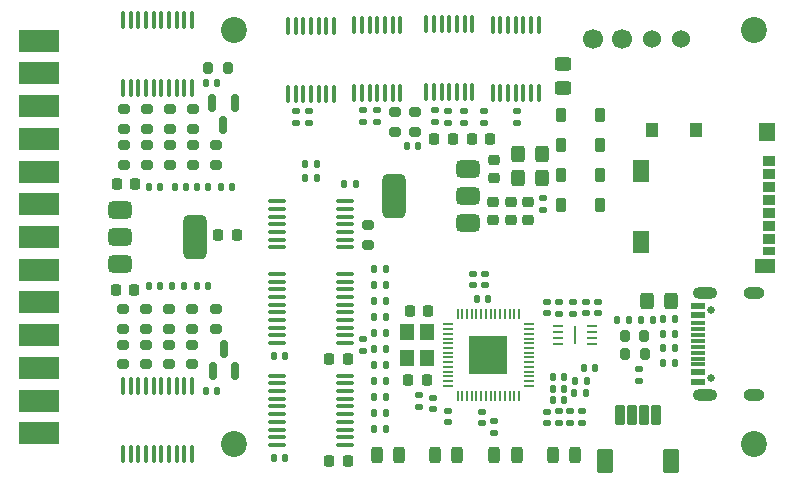
<source format=gbr>
%TF.GenerationSoftware,KiCad,Pcbnew,8.0.2*%
%TF.CreationDate,2024-12-01T19:44:38-06:00*%
%TF.ProjectId,Desktop_50_Pin_TopConn,4465736b-746f-4705-9f35-305f50696e5f,rev?*%
%TF.SameCoordinates,Original*%
%TF.FileFunction,Soldermask,Top*%
%TF.FilePolarity,Negative*%
%FSLAX46Y46*%
G04 Gerber Fmt 4.6, Leading zero omitted, Abs format (unit mm)*
G04 Created by KiCad (PCBNEW 8.0.2) date 2024-12-01 19:44:38*
%MOMM*%
%LPD*%
G01*
G04 APERTURE LIST*
G04 Aperture macros list*
%AMRoundRect*
0 Rectangle with rounded corners*
0 $1 Rounding radius*
0 $2 $3 $4 $5 $6 $7 $8 $9 X,Y pos of 4 corners*
0 Add a 4 corners polygon primitive as box body*
4,1,4,$2,$3,$4,$5,$6,$7,$8,$9,$2,$3,0*
0 Add four circle primitives for the rounded corners*
1,1,$1+$1,$2,$3*
1,1,$1+$1,$4,$5*
1,1,$1+$1,$6,$7*
1,1,$1+$1,$8,$9*
0 Add four rect primitives between the rounded corners*
20,1,$1+$1,$2,$3,$4,$5,0*
20,1,$1+$1,$4,$5,$6,$7,0*
20,1,$1+$1,$6,$7,$8,$9,0*
20,1,$1+$1,$8,$9,$2,$3,0*%
G04 Aperture macros list end*
%ADD10RoundRect,0.225000X-0.250000X0.225000X-0.250000X-0.225000X0.250000X-0.225000X0.250000X0.225000X0*%
%ADD11RoundRect,0.225000X-0.225000X-0.250000X0.225000X-0.250000X0.225000X0.250000X-0.225000X0.250000X0*%
%ADD12RoundRect,0.225000X0.225000X0.250000X-0.225000X0.250000X-0.225000X-0.250000X0.225000X-0.250000X0*%
%ADD13R,3.480000X1.846667*%
%ADD14RoundRect,0.140000X-0.140000X-0.170000X0.140000X-0.170000X0.140000X0.170000X-0.140000X0.170000X0*%
%ADD15RoundRect,0.100000X0.100000X-0.637500X0.100000X0.637500X-0.100000X0.637500X-0.100000X-0.637500X0*%
%ADD16RoundRect,0.140000X-0.170000X0.140000X-0.170000X-0.140000X0.170000X-0.140000X0.170000X0.140000X0*%
%ADD17RoundRect,0.140000X0.140000X0.170000X-0.140000X0.170000X-0.140000X-0.170000X0.140000X-0.170000X0*%
%ADD18R,1.100000X0.850000*%
%ADD19R,1.100000X0.750000*%
%ADD20R,1.000000X1.200000*%
%ADD21R,1.350000X1.550000*%
%ADD22R,1.350000X1.900000*%
%ADD23R,1.800000X1.170000*%
%ADD24RoundRect,0.243750X0.243750X0.456250X-0.243750X0.456250X-0.243750X-0.456250X0.243750X-0.456250X0*%
%ADD25C,2.200000*%
%ADD26RoundRect,0.135000X0.135000X0.185000X-0.135000X0.185000X-0.135000X-0.185000X0.135000X-0.185000X0*%
%ADD27RoundRect,0.200000X0.200000X0.275000X-0.200000X0.275000X-0.200000X-0.275000X0.200000X-0.275000X0*%
%ADD28RoundRect,0.200000X-0.275000X0.200000X-0.275000X-0.200000X0.275000X-0.200000X0.275000X0.200000X0*%
%ADD29RoundRect,0.150000X0.150000X-0.587500X0.150000X0.587500X-0.150000X0.587500X-0.150000X-0.587500X0*%
%ADD30RoundRect,0.200000X0.275000X-0.200000X0.275000X0.200000X-0.275000X0.200000X-0.275000X-0.200000X0*%
%ADD31RoundRect,0.135000X0.185000X-0.135000X0.185000X0.135000X-0.185000X0.135000X-0.185000X-0.135000X0*%
%ADD32RoundRect,0.135000X-0.135000X-0.185000X0.135000X-0.185000X0.135000X0.185000X-0.135000X0.185000X0*%
%ADD33C,0.650000*%
%ADD34R,1.240000X0.600000*%
%ADD35R,1.240000X0.300000*%
%ADD36O,2.100000X1.000000*%
%ADD37O,1.800000X1.000000*%
%ADD38RoundRect,0.100000X-0.637500X-0.100000X0.637500X-0.100000X0.637500X0.100000X-0.637500X0.100000X0*%
%ADD39RoundRect,0.100000X0.637500X0.100000X-0.637500X0.100000X-0.637500X-0.100000X0.637500X-0.100000X0*%
%ADD40RoundRect,0.050000X-0.050000X0.387500X-0.050000X-0.387500X0.050000X-0.387500X0.050000X0.387500X0*%
%ADD41RoundRect,0.050000X-0.387500X0.050000X-0.387500X-0.050000X0.387500X-0.050000X0.387500X0.050000X0*%
%ADD42R,3.200000X3.200000*%
%ADD43RoundRect,0.100000X-0.100000X0.637500X-0.100000X-0.637500X0.100000X-0.637500X0.100000X0.637500X0*%
%ADD44RoundRect,0.135000X-0.185000X0.135000X-0.185000X-0.135000X0.185000X-0.135000X0.185000X0.135000X0*%
%ADD45RoundRect,0.250000X-0.325000X-0.450000X0.325000X-0.450000X0.325000X0.450000X-0.325000X0.450000X0*%
%ADD46RoundRect,0.150000X-0.150000X0.587500X-0.150000X-0.587500X0.150000X-0.587500X0.150000X0.587500X0*%
%ADD47RoundRect,0.102000X-0.300000X-0.775000X0.300000X-0.775000X0.300000X0.775000X-0.300000X0.775000X0*%
%ADD48RoundRect,0.102000X0.600000X0.900000X-0.600000X0.900000X-0.600000X-0.900000X0.600000X-0.900000X0*%
%ADD49RoundRect,0.225000X0.250000X-0.225000X0.250000X0.225000X-0.250000X0.225000X-0.250000X-0.225000X0*%
%ADD50RoundRect,0.225000X0.225000X0.375000X-0.225000X0.375000X-0.225000X-0.375000X0.225000X-0.375000X0*%
%ADD51RoundRect,0.140000X0.170000X-0.140000X0.170000X0.140000X-0.170000X0.140000X-0.170000X-0.140000X0*%
%ADD52RoundRect,0.375000X-0.625000X-0.375000X0.625000X-0.375000X0.625000X0.375000X-0.625000X0.375000X0*%
%ADD53RoundRect,0.500000X-0.500000X-1.400000X0.500000X-1.400000X0.500000X1.400000X-0.500000X1.400000X0*%
%ADD54RoundRect,0.062500X-0.387500X-0.062500X0.387500X-0.062500X0.387500X0.062500X-0.387500X0.062500X0*%
%ADD55R,0.200000X1.600000*%
%ADD56C,1.700000*%
%ADD57C,1.524000*%
%ADD58RoundRect,0.200000X-0.200000X-0.275000X0.200000X-0.275000X0.200000X0.275000X-0.200000X0.275000X0*%
%ADD59RoundRect,0.250000X0.325000X0.450000X-0.325000X0.450000X-0.325000X-0.450000X0.325000X-0.450000X0*%
%ADD60RoundRect,0.375000X0.625000X0.375000X-0.625000X0.375000X-0.625000X-0.375000X0.625000X-0.375000X0*%
%ADD61RoundRect,0.500000X0.500000X1.400000X-0.500000X1.400000X-0.500000X-1.400000X0.500000X-1.400000X0*%
%ADD62R,1.200000X1.400000*%
%ADD63RoundRect,0.250000X0.450000X-0.325000X0.450000X0.325000X-0.450000X0.325000X-0.450000X-0.325000X0*%
G04 APERTURE END LIST*
D10*
%TO.C,C26*%
X41900000Y2975000D03*
X41900000Y1425000D03*
%TD*%
%TO.C,C25*%
X40400000Y2975000D03*
X40400000Y1425000D03*
%TD*%
D11*
%TO.C,C24*%
X17150000Y200000D03*
X18700000Y200000D03*
%TD*%
%TO.C,C20*%
X35425000Y8300000D03*
X36975000Y8300000D03*
%TD*%
%TO.C,C19*%
X38600000Y8300000D03*
X40150000Y8300000D03*
%TD*%
D12*
%TO.C,C9*%
X10075000Y4520000D03*
X8525000Y4520000D03*
%TD*%
D13*
%TO.C,J3*%
X2000000Y16620000D03*
X2000000Y13850000D03*
X2000000Y11080000D03*
X2000000Y8310000D03*
X2000000Y5540000D03*
X2000000Y2770000D03*
X2000000Y0D03*
X2000000Y-2770000D03*
X2000000Y-5540000D03*
X2000000Y-8310000D03*
X2000000Y-11080000D03*
X2000000Y-13850000D03*
X2000000Y-16620000D03*
%TD*%
D11*
%TO.C,C3*%
X26550000Y-10350000D03*
X28100000Y-10350000D03*
%TD*%
D14*
%TO.C,C4*%
X16060000Y-13060000D03*
X17020000Y-13060000D03*
%TD*%
D15*
%TO.C,U3*%
X34740000Y12300000D03*
X35390000Y12300000D03*
X36040000Y12300000D03*
X36690000Y12300000D03*
X37340000Y12300000D03*
X37990000Y12300000D03*
X38640000Y12300000D03*
X38640000Y18025000D03*
X37990000Y18025000D03*
X37340000Y18025000D03*
X36690000Y18025000D03*
X36040000Y18025000D03*
X35390000Y18025000D03*
X34740000Y18025000D03*
%TD*%
D11*
%TO.C,C7*%
X26550000Y-18975000D03*
X28100000Y-18975000D03*
%TD*%
D16*
%TO.C,C1*%
X52780000Y-11200000D03*
X52780000Y-12160000D03*
%TD*%
D17*
%TO.C,C2*%
X22815000Y-10080000D03*
X21855000Y-10080000D03*
%TD*%
D14*
%TO.C,C5*%
X16070000Y13010000D03*
X17030000Y13010000D03*
%TD*%
D17*
%TO.C,C6*%
X22815000Y-18725000D03*
X21855000Y-18725000D03*
%TD*%
%TO.C,C12*%
X14210000Y-4180000D03*
X13250000Y-4180000D03*
%TD*%
D18*
%TO.C,SD1*%
X63750000Y6445000D03*
X63750000Y5345000D03*
X63750000Y4245000D03*
X63750000Y3145000D03*
X63750000Y2045000D03*
X63750000Y945000D03*
X63750000Y-155000D03*
D19*
X63750000Y-1205000D03*
D20*
X57600000Y9080000D03*
X53900000Y9080000D03*
D21*
X63625000Y8905000D03*
D22*
X52925000Y5580000D03*
X52925000Y-390000D03*
D23*
X63400000Y-2415000D03*
%TD*%
D24*
%TO.C,D1*%
X47367500Y-18450000D03*
X45492500Y-18450000D03*
%TD*%
%TO.C,D2*%
X42395832Y-18450000D03*
X40520832Y-18450000D03*
%TD*%
D25*
%TO.C,H4*%
X18500000Y17500000D03*
%TD*%
D26*
%TO.C,R54*%
X31325000Y-16220000D03*
X30305000Y-16220000D03*
%TD*%
D27*
%TO.C,R46*%
X17925000Y14280000D03*
X16275000Y14280000D03*
%TD*%
D28*
%TO.C,R42*%
X9125000Y7775000D03*
X9125000Y6125000D03*
%TD*%
D26*
%TO.C,R56*%
X55850000Y-8175000D03*
X54830000Y-8175000D03*
%TD*%
D28*
%TO.C,R30*%
X14975000Y7775000D03*
X14975000Y6125000D03*
%TD*%
D26*
%TO.C,R4*%
X48320000Y-12200000D03*
X47300000Y-12200000D03*
%TD*%
D29*
%TO.C,Q1*%
X16675000Y-11350000D03*
X18575000Y-11350000D03*
X17625000Y-9475000D03*
%TD*%
D30*
%TO.C,R39*%
X12950000Y-7750000D03*
X12950000Y-6100000D03*
%TD*%
%TO.C,R31*%
X9050000Y-7750000D03*
X9050000Y-6100000D03*
%TD*%
D15*
%TO.C,U2*%
X28650000Y12227500D03*
X29300000Y12227500D03*
X29950000Y12227500D03*
X30600000Y12227500D03*
X31250000Y12227500D03*
X31900000Y12227500D03*
X32550000Y12227500D03*
X32550000Y17952500D03*
X31900000Y17952500D03*
X31250000Y17952500D03*
X30600000Y17952500D03*
X29950000Y17952500D03*
X29300000Y17952500D03*
X28650000Y17952500D03*
%TD*%
D10*
%TO.C,C17*%
X43400000Y2975000D03*
X43400000Y1425000D03*
%TD*%
D31*
%TO.C,R84*%
X23710000Y9620000D03*
X23710000Y10640000D03*
%TD*%
D32*
%TO.C,R24*%
X30305000Y-2690000D03*
X31325000Y-2690000D03*
%TD*%
D14*
%TO.C,C16*%
X17350000Y4240000D03*
X18310000Y4240000D03*
%TD*%
D30*
%TO.C,R33*%
X11000000Y-10775000D03*
X11000000Y-9125000D03*
%TD*%
D31*
%TO.C,R2*%
X34110000Y-14370000D03*
X34110000Y-13350000D03*
%TD*%
D14*
%TO.C,C29*%
X45450000Y-11893333D03*
X46410000Y-11893333D03*
%TD*%
D16*
%TO.C,C30*%
X39450000Y-14800000D03*
X39450000Y-15760000D03*
%TD*%
D26*
%TO.C,R48*%
X55850000Y-10635000D03*
X54830000Y-10635000D03*
%TD*%
D33*
%TO.C,J12*%
X58855000Y-11930000D03*
X58855000Y-6150000D03*
D34*
X57735000Y-12240000D03*
X57735000Y-11440000D03*
D35*
X57735000Y-10290000D03*
X57735000Y-9290000D03*
X57735000Y-8790000D03*
X57735000Y-7790000D03*
D34*
X57735000Y-6640000D03*
X57735000Y-5840000D03*
X57735000Y-5840000D03*
X57735000Y-6640000D03*
D35*
X57735000Y-7290000D03*
X57735000Y-8290000D03*
X57735000Y-9790000D03*
X57735000Y-10790000D03*
D34*
X57735000Y-11440000D03*
X57735000Y-12240000D03*
D36*
X58335000Y-13360000D03*
D37*
X62535000Y-13360000D03*
D36*
X58335000Y-4720000D03*
D37*
X62535000Y-4720000D03*
%TD*%
D38*
%TO.C,U5*%
X22137500Y3025000D03*
X22137500Y2375000D03*
X22137500Y1725000D03*
X22137500Y1075000D03*
X22137500Y425000D03*
X22137500Y-225000D03*
X22137500Y-875000D03*
X27862500Y-875000D03*
X27862500Y-225000D03*
X27862500Y425000D03*
X27862500Y1075000D03*
X27862500Y1725000D03*
X27862500Y2375000D03*
X27862500Y3025000D03*
%TD*%
D28*
%TO.C,R36*%
X11075000Y10800000D03*
X11075000Y9150000D03*
%TD*%
D26*
%TO.C,R3*%
X48310000Y-13200000D03*
X47290000Y-13200000D03*
%TD*%
D28*
%TO.C,R5*%
X32140000Y10555000D03*
X32140000Y8905000D03*
%TD*%
D30*
%TO.C,R35*%
X11000000Y-7750000D03*
X11000000Y-6100000D03*
%TD*%
D16*
%TO.C,C33*%
X44930000Y-5510000D03*
X44930000Y-6470000D03*
%TD*%
D12*
%TO.C,C8*%
X10000000Y-4450000D03*
X8450000Y-4450000D03*
%TD*%
D28*
%TO.C,R38*%
X11075000Y7775000D03*
X11075000Y6125000D03*
%TD*%
D31*
%TO.C,R9*%
X29380000Y-9630000D03*
X29380000Y-8610000D03*
%TD*%
D15*
%TO.C,U1*%
X23050000Y12137500D03*
X23700000Y12137500D03*
X24350000Y12137500D03*
X25000000Y12137500D03*
X25650000Y12137500D03*
X26300000Y12137500D03*
X26950000Y12137500D03*
X26950000Y17862500D03*
X26300000Y17862500D03*
X25650000Y17862500D03*
X25000000Y17862500D03*
X24350000Y17862500D03*
X23700000Y17862500D03*
X23050000Y17862500D03*
%TD*%
D28*
%TO.C,R40*%
X9125000Y10800000D03*
X9125000Y9150000D03*
%TD*%
D26*
%TO.C,R85*%
X31325000Y-9476734D03*
X30305000Y-9476734D03*
%TD*%
D15*
%TO.C,U4*%
X40370000Y12200000D03*
X41020000Y12200000D03*
X41670000Y12200000D03*
X42320000Y12200000D03*
X42970000Y12200000D03*
X43620000Y12200000D03*
X44270000Y12200000D03*
X44270000Y17925000D03*
X43620000Y17925000D03*
X42970000Y17925000D03*
X42320000Y17925000D03*
X41670000Y17925000D03*
X41020000Y17925000D03*
X40370000Y17925000D03*
%TD*%
D16*
%TO.C,C27*%
X44980000Y-14780000D03*
X44980000Y-15740000D03*
%TD*%
D39*
%TO.C,U6*%
X27862500Y-8975000D03*
X27862500Y-8325000D03*
X27862500Y-7675000D03*
X27862500Y-7025000D03*
X27862500Y-6375000D03*
X27862500Y-5725000D03*
X27862500Y-5075000D03*
X27862500Y-4425000D03*
X27862500Y-3775000D03*
X27862500Y-3125000D03*
X22137500Y-3125000D03*
X22137500Y-3775000D03*
X22137500Y-4425000D03*
X22137500Y-5075000D03*
X22137500Y-5725000D03*
X22137500Y-6375000D03*
X22137500Y-7025000D03*
X22137500Y-7675000D03*
X22137500Y-8325000D03*
X22137500Y-8975000D03*
%TD*%
D32*
%TO.C,R47*%
X54830000Y-6945000D03*
X55850000Y-6945000D03*
%TD*%
D40*
%TO.C,U13*%
X42600000Y-6562500D03*
X42200000Y-6562500D03*
X41800000Y-6562500D03*
X41400000Y-6562500D03*
X41000000Y-6562500D03*
X40600000Y-6562500D03*
X40200000Y-6562500D03*
X39800000Y-6562500D03*
X39400000Y-6562500D03*
X39000000Y-6562500D03*
X38600000Y-6562500D03*
X38200000Y-6562500D03*
X37800000Y-6562500D03*
X37400000Y-6562500D03*
D41*
X36562500Y-7400000D03*
X36562500Y-7800000D03*
X36562500Y-8200000D03*
X36562500Y-8600000D03*
X36562500Y-9000000D03*
X36562500Y-9400000D03*
X36562500Y-9800000D03*
X36562500Y-10200000D03*
X36562500Y-10600000D03*
X36562500Y-11000000D03*
X36562500Y-11400000D03*
X36562500Y-11800000D03*
X36562500Y-12200000D03*
X36562500Y-12600000D03*
D40*
X37400000Y-13437500D03*
X37800000Y-13437500D03*
X38200000Y-13437500D03*
X38600000Y-13437500D03*
X39000000Y-13437500D03*
X39400000Y-13437500D03*
X39800000Y-13437500D03*
X40200000Y-13437500D03*
X40600000Y-13437500D03*
X41000000Y-13437500D03*
X41400000Y-13437500D03*
X41800000Y-13437500D03*
X42200000Y-13437500D03*
X42600000Y-13437500D03*
D41*
X43437500Y-12600000D03*
X43437500Y-12200000D03*
X43437500Y-11800000D03*
X43437500Y-11400000D03*
X43437500Y-11000000D03*
X43437500Y-10600000D03*
X43437500Y-10200000D03*
X43437500Y-9800000D03*
X43437500Y-9400000D03*
X43437500Y-9000000D03*
X43437500Y-8600000D03*
X43437500Y-8200000D03*
X43437500Y-7800000D03*
X43437500Y-7400000D03*
D42*
X40000000Y-10000000D03*
%TD*%
D24*
%TO.C,D6*%
X37384166Y-18450000D03*
X35509166Y-18450000D03*
%TD*%
D43*
%TO.C,U7*%
X14925000Y18362500D03*
X14275000Y18362500D03*
X13625000Y18362500D03*
X12975000Y18362500D03*
X12325000Y18362500D03*
X11675000Y18362500D03*
X11025000Y18362500D03*
X10375000Y18362500D03*
X9725000Y18362500D03*
X9075000Y18362500D03*
X9075000Y12637500D03*
X9725000Y12637500D03*
X10375000Y12637500D03*
X11025000Y12637500D03*
X11675000Y12637500D03*
X12325000Y12637500D03*
X12975000Y12637500D03*
X13625000Y12637500D03*
X14275000Y12637500D03*
X14925000Y12637500D03*
%TD*%
D17*
%TO.C,C15*%
X16285000Y4250000D03*
X15325000Y4250000D03*
%TD*%
D14*
%TO.C,C14*%
X13445000Y4250000D03*
X14405000Y4250000D03*
%TD*%
D26*
%TO.C,R49*%
X53910000Y-7000000D03*
X52890000Y-7000000D03*
%TD*%
D28*
%TO.C,R45*%
X16925000Y7775000D03*
X16925000Y6125000D03*
%TD*%
D14*
%TO.C,C21*%
X27818000Y4496000D03*
X28778000Y4496000D03*
%TD*%
D26*
%TO.C,R87*%
X31325000Y-10838800D03*
X30305000Y-10838800D03*
%TD*%
D44*
%TO.C,R53*%
X40470000Y-15590000D03*
X40470000Y-16610000D03*
%TD*%
%TO.C,R55*%
X46027500Y-5480000D03*
X46027500Y-6500000D03*
%TD*%
D25*
%TO.C,H3*%
X62500000Y-17500000D03*
%TD*%
D45*
%TO.C,F3*%
X53407000Y-5410000D03*
X55457000Y-5410000D03*
%TD*%
D46*
%TO.C,Q2*%
X18525000Y11350000D03*
X16625000Y11350000D03*
X17575000Y9475000D03*
%TD*%
D47*
%TO.C,J4*%
X51180000Y-15060000D03*
X52180000Y-15060000D03*
X53180000Y-15060000D03*
X54180000Y-15060000D03*
D48*
X49880000Y-18935000D03*
X55480000Y-18935000D03*
%TD*%
D25*
%TO.C,H1*%
X62500000Y17500000D03*
%TD*%
D14*
%TO.C,C23*%
X33120000Y7700000D03*
X34080000Y7700000D03*
%TD*%
D31*
%TO.C,R86*%
X42410000Y9680000D03*
X42410000Y10700000D03*
%TD*%
D44*
%TO.C,R83*%
X37970000Y10700000D03*
X37970000Y9680000D03*
%TD*%
%TO.C,R50*%
X46950000Y-14750000D03*
X46950000Y-15770000D03*
%TD*%
%TO.C,R81*%
X24840000Y10640000D03*
X24840000Y9620000D03*
%TD*%
D49*
%TO.C,C22*%
X40462000Y4991000D03*
X40462000Y6541000D03*
%TD*%
D14*
%TO.C,C34*%
X39010000Y-5290000D03*
X39970000Y-5290000D03*
%TD*%
D50*
%TO.C,D8*%
X49478000Y2718000D03*
X46178000Y2718000D03*
%TD*%
D27*
%TO.C,R22*%
X53230000Y-9900000D03*
X51580000Y-9900000D03*
%TD*%
D44*
%TO.C,R80*%
X30570000Y10790000D03*
X30570000Y9770000D03*
%TD*%
D28*
%TO.C,R7*%
X33770000Y10580000D03*
X33770000Y8930000D03*
%TD*%
D51*
%TO.C,C38*%
X49320000Y-6470000D03*
X49320000Y-5510000D03*
%TD*%
D26*
%TO.C,R88*%
X31325000Y-12200866D03*
X30305000Y-12200866D03*
%TD*%
D44*
%TO.C,R79*%
X29360000Y10790000D03*
X29360000Y9770000D03*
%TD*%
D16*
%TO.C,C36*%
X36580000Y-14720000D03*
X36580000Y-15680000D03*
%TD*%
D26*
%TO.C,R89*%
X31325000Y-13562932D03*
X30305000Y-13562932D03*
%TD*%
%TO.C,R91*%
X31325000Y-14925000D03*
X30305000Y-14925000D03*
%TD*%
D51*
%TO.C,C18*%
X39700000Y-4080000D03*
X39700000Y-3120000D03*
%TD*%
D16*
%TO.C,C43*%
X44600000Y3260000D03*
X44600000Y2300000D03*
%TD*%
D28*
%TO.C,R32*%
X13025000Y10800000D03*
X13025000Y9150000D03*
%TD*%
D30*
%TO.C,R43*%
X14900000Y-7750000D03*
X14900000Y-6100000D03*
%TD*%
D44*
%TO.C,R1*%
X47940000Y-14750000D03*
X47940000Y-15770000D03*
%TD*%
D28*
%TO.C,R25*%
X29794000Y1003000D03*
X29794000Y-647000D03*
%TD*%
D14*
%TO.C,C10*%
X11270000Y4250000D03*
X12230000Y4250000D03*
%TD*%
D31*
%TO.C,R90*%
X39600000Y9680000D03*
X39600000Y10700000D03*
%TD*%
D14*
%TO.C,C32*%
X45450000Y-12866666D03*
X46410000Y-12866666D03*
%TD*%
D52*
%TO.C,U10*%
X8850000Y2300000D03*
X8850000Y0D03*
D53*
X15150000Y0D03*
D52*
X8850000Y-2300000D03*
%TD*%
D50*
%TO.C,D4*%
X49478000Y10338000D03*
X46178000Y10338000D03*
%TD*%
D45*
%TO.C,F1*%
X42485000Y5004000D03*
X44535000Y5004000D03*
%TD*%
D54*
%TO.C,U12*%
X45895000Y-7560000D03*
X45895000Y-8060000D03*
X45895000Y-8560000D03*
X45895000Y-9060000D03*
X48745000Y-9060000D03*
X48745000Y-8560000D03*
X48745000Y-8060000D03*
X48745000Y-7560000D03*
D55*
X47320000Y-8310000D03*
%TD*%
D51*
%TO.C,C39*%
X48232500Y-6470000D03*
X48232500Y-5510000D03*
%TD*%
D28*
%TO.C,R34*%
X13025000Y7775000D03*
X13025000Y6125000D03*
%TD*%
D31*
%TO.C,R94*%
X36590000Y9680000D03*
X36590000Y10700000D03*
%TD*%
D50*
%TO.C,D3*%
X49478000Y5258000D03*
X46178000Y5258000D03*
%TD*%
D26*
%TO.C,R93*%
X31325000Y-5390536D03*
X30305000Y-5390536D03*
%TD*%
D30*
%TO.C,R37*%
X12950000Y-10775000D03*
X12950000Y-9125000D03*
%TD*%
D56*
%TO.C,J10*%
X48825400Y16803500D03*
X51325400Y16803500D03*
D57*
X53825400Y16803500D03*
X56325400Y16803500D03*
%TD*%
D30*
%TO.C,R41*%
X14900000Y-10775000D03*
X14900000Y-9125000D03*
%TD*%
D15*
%TO.C,U8*%
X9075000Y-18362500D03*
X9725000Y-18362500D03*
X10375000Y-18362500D03*
X11025000Y-18362500D03*
X11675000Y-18362500D03*
X12325000Y-18362500D03*
X12975000Y-18362500D03*
X13625000Y-18362500D03*
X14275000Y-18362500D03*
X14925000Y-18362500D03*
X14925000Y-12637500D03*
X14275000Y-12637500D03*
X13625000Y-12637500D03*
X12975000Y-12637500D03*
X12325000Y-12637500D03*
X11675000Y-12637500D03*
X11025000Y-12637500D03*
X10375000Y-12637500D03*
X9725000Y-12637500D03*
X9075000Y-12637500D03*
%TD*%
D24*
%TO.C,D7*%
X32412500Y-18450000D03*
X30537500Y-18450000D03*
%TD*%
D58*
%TO.C,R23*%
X51565000Y-8370000D03*
X53215000Y-8370000D03*
%TD*%
D31*
%TO.C,R52*%
X45960000Y-15770000D03*
X45960000Y-14750000D03*
%TD*%
D32*
%TO.C,R26*%
X24490000Y4990000D03*
X25510000Y4990000D03*
%TD*%
D30*
%TO.C,R29*%
X9050000Y-10775000D03*
X9050000Y-9125000D03*
%TD*%
D12*
%TO.C,C40*%
X34785000Y-12100000D03*
X33235000Y-12100000D03*
%TD*%
D59*
%TO.C,F5*%
X44535000Y7036000D03*
X42485000Y7036000D03*
%TD*%
D39*
%TO.C,U9*%
X27862500Y-17600000D03*
X27862500Y-16950000D03*
X27862500Y-16300000D03*
X27862500Y-15650000D03*
X27862500Y-15000000D03*
X27862500Y-14350000D03*
X27862500Y-13700000D03*
X27862500Y-13050000D03*
X27862500Y-12400000D03*
X27862500Y-11750000D03*
X22137500Y-11750000D03*
X22137500Y-12400000D03*
X22137500Y-13050000D03*
X22137500Y-13700000D03*
X22137500Y-14350000D03*
X22137500Y-15000000D03*
X22137500Y-15650000D03*
X22137500Y-16300000D03*
X22137500Y-16950000D03*
X22137500Y-17600000D03*
%TD*%
D51*
%TO.C,C35*%
X38730000Y-4080000D03*
X38730000Y-3120000D03*
%TD*%
D17*
%TO.C,C37*%
X49050000Y-11050000D03*
X48090000Y-11050000D03*
%TD*%
D30*
%TO.C,R44*%
X16925000Y-7750000D03*
X16925000Y-6100000D03*
%TD*%
D16*
%TO.C,C28*%
X35310000Y-13630000D03*
X35310000Y-14590000D03*
%TD*%
D31*
%TO.C,R58*%
X47135000Y-6500000D03*
X47135000Y-5480000D03*
%TD*%
D26*
%TO.C,R96*%
X31325000Y-8114668D03*
X30305000Y-8114668D03*
%TD*%
D28*
%TO.C,R28*%
X14975000Y10800000D03*
X14975000Y9150000D03*
%TD*%
D31*
%TO.C,R82*%
X35460000Y9710000D03*
X35460000Y10730000D03*
%TD*%
D14*
%TO.C,C11*%
X11250000Y-4180000D03*
X12210000Y-4180000D03*
%TD*%
D26*
%TO.C,R95*%
X31325000Y-6752602D03*
X30305000Y-6752602D03*
%TD*%
D17*
%TO.C,C13*%
X16305000Y-4180000D03*
X15345000Y-4180000D03*
%TD*%
D60*
%TO.C,U11*%
X38278000Y1180000D03*
X38278000Y3480000D03*
D61*
X31978000Y3480000D03*
D60*
X38278000Y5780000D03*
%TD*%
D50*
%TO.C,D9*%
X49478000Y7798000D03*
X46178000Y7798000D03*
%TD*%
D62*
%TO.C,Y1*%
X33150000Y-8070000D03*
X33150000Y-10270000D03*
X34850000Y-10270000D03*
X34850000Y-8070000D03*
%TD*%
D26*
%TO.C,R92*%
X31325000Y-4028470D03*
X30305000Y-4028470D03*
%TD*%
%TO.C,R27*%
X25510000Y6160000D03*
X24490000Y6160000D03*
%TD*%
D25*
%TO.C,H2*%
X18500000Y-17500000D03*
%TD*%
D14*
%TO.C,C31*%
X45450000Y-13840000D03*
X46410000Y-13840000D03*
%TD*%
D26*
%TO.C,R51*%
X51910000Y-7000000D03*
X50890000Y-7000000D03*
%TD*%
D63*
%TO.C,F4*%
X46304000Y12615000D03*
X46304000Y14665000D03*
%TD*%
D11*
%TO.C,C42*%
X33335000Y-6290000D03*
X34885000Y-6290000D03*
%TD*%
D26*
%TO.C,R57*%
X55850000Y-9405000D03*
X54830000Y-9405000D03*
%TD*%
M02*

</source>
